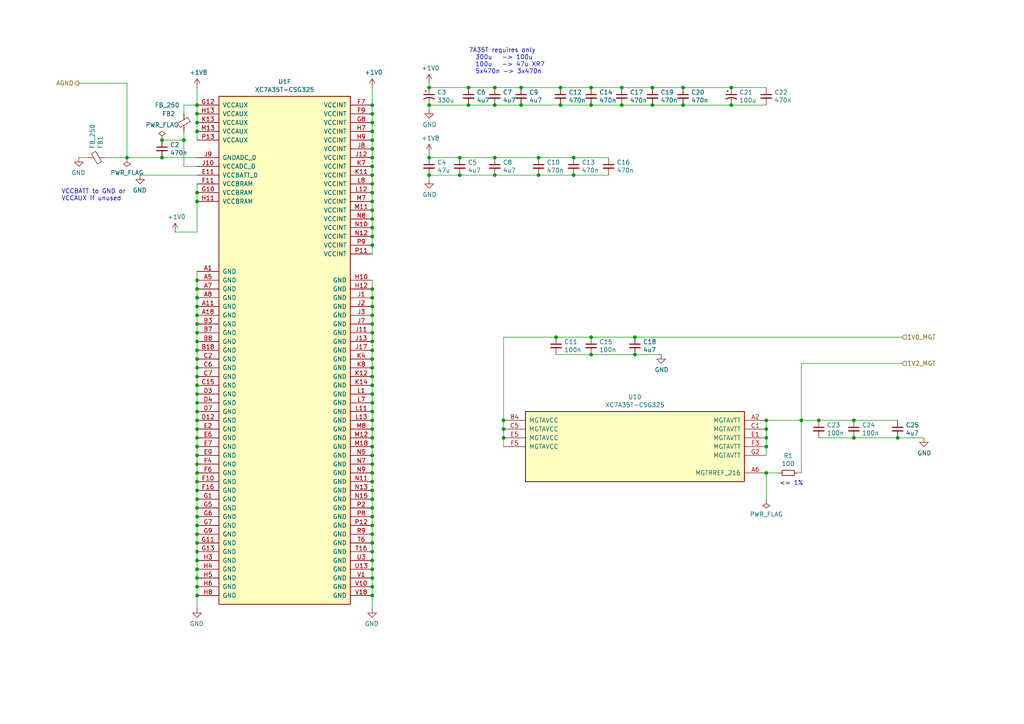
<source format=kicad_sch>
(kicad_sch (version 20211123) (generator eeschema)
  (paper "A4")
  (junction (at 57.15 86.36))
  (junction (at 107.95 58.42))
  (junction (at 247.65 127))
  (junction (at 57.15 134.62))
  (junction (at 156.21 50.8))
  (junction (at 57.15 167.64))
  (junction (at 57.15 160.02))
  (junction (at 107.95 60.96))
  (junction (at 107.95 154.94))
  (junction (at 46.99 40.64))
  (junction (at 162.56 30.48))
  (junction (at 107.95 147.32))
  (junction (at 107.95 142.24))
  (junction (at 57.15 88.9))
  (junction (at 57.15 144.78))
  (junction (at 107.95 139.7))
  (junction (at 212.09 30.48))
  (junction (at 107.95 162.56))
  (junction (at 222.25 127))
  (junction (at 212.09 25.4))
  (junction (at 107.95 114.3))
  (junction (at 146.05 124.46))
  (junction (at 107.95 137.16))
  (junction (at 57.15 58.42))
  (junction (at 57.15 114.3))
  (junction (at 57.15 170.18))
  (junction (at 107.95 101.6))
  (junction (at 107.95 71.12))
  (junction (at 107.95 132.08))
  (junction (at 107.95 160.02))
  (junction (at 161.29 97.79))
  (junction (at 57.15 91.44))
  (junction (at 57.15 83.82))
  (junction (at 57.15 116.84))
  (junction (at 107.95 134.62))
  (junction (at 57.15 152.4))
  (junction (at 146.05 121.92))
  (junction (at 57.15 104.14))
  (junction (at 107.95 127))
  (junction (at 107.95 38.1))
  (junction (at 57.15 172.72))
  (junction (at 198.12 30.48))
  (junction (at 180.34 25.4))
  (junction (at 57.15 81.28))
  (junction (at 107.95 88.9))
  (junction (at 133.35 45.72))
  (junction (at 57.15 96.52))
  (junction (at 107.95 157.48))
  (junction (at 107.95 40.64))
  (junction (at 107.95 50.8))
  (junction (at 171.45 25.4))
  (junction (at 57.15 93.98))
  (junction (at 57.15 35.56))
  (junction (at 151.13 25.4))
  (junction (at 107.95 124.46))
  (junction (at 107.95 91.44))
  (junction (at 107.95 119.38))
  (junction (at 107.95 45.72))
  (junction (at 107.95 170.18))
  (junction (at 107.95 149.86))
  (junction (at 107.95 99.06))
  (junction (at 107.95 48.26))
  (junction (at 57.15 137.16))
  (junction (at 260.35 127))
  (junction (at 57.15 132.08))
  (junction (at 156.21 45.72))
  (junction (at 124.46 50.8))
  (junction (at 143.51 30.48))
  (junction (at 107.95 53.34))
  (junction (at 107.95 165.1))
  (junction (at 237.49 121.92))
  (junction (at 57.15 38.1))
  (junction (at 57.15 149.86))
  (junction (at 57.15 111.76))
  (junction (at 57.15 30.48))
  (junction (at 162.56 25.4))
  (junction (at 57.15 139.7))
  (junction (at 107.95 129.54))
  (junction (at 57.15 33.02))
  (junction (at 57.15 124.46))
  (junction (at 107.95 104.14))
  (junction (at 171.45 102.87))
  (junction (at 124.46 45.72))
  (junction (at 222.25 137.16))
  (junction (at 133.35 50.8))
  (junction (at 107.95 93.98))
  (junction (at 57.15 154.94))
  (junction (at 143.51 50.8))
  (junction (at 151.13 30.48))
  (junction (at 107.95 33.02))
  (junction (at 46.99 45.72))
  (junction (at 124.46 30.48))
  (junction (at 107.95 106.68))
  (junction (at 107.95 167.64))
  (junction (at 57.15 127))
  (junction (at 107.95 109.22))
  (junction (at 53.34 40.64))
  (junction (at 135.89 30.48))
  (junction (at 222.25 124.46))
  (junction (at 189.23 30.48))
  (junction (at 107.95 86.36))
  (junction (at 107.95 152.4))
  (junction (at 57.15 101.6))
  (junction (at 107.95 63.5))
  (junction (at 57.15 157.48))
  (junction (at 166.37 45.72))
  (junction (at 184.15 102.87))
  (junction (at 107.95 35.56))
  (junction (at 222.25 121.92))
  (junction (at 184.15 97.79))
  (junction (at 198.12 25.4))
  (junction (at 107.95 30.48))
  (junction (at 107.95 144.78))
  (junction (at 135.89 25.4))
  (junction (at 57.15 109.22))
  (junction (at 57.15 147.32))
  (junction (at 143.51 25.4))
  (junction (at 57.15 165.1))
  (junction (at 171.45 30.48))
  (junction (at 171.45 97.79))
  (junction (at 57.15 99.06))
  (junction (at 107.95 111.76))
  (junction (at 107.95 96.52))
  (junction (at 107.95 55.88))
  (junction (at 143.51 45.72))
  (junction (at 36.83 45.72))
  (junction (at 57.15 106.68))
  (junction (at 57.15 121.92))
  (junction (at 180.34 30.48))
  (junction (at 107.95 172.72))
  (junction (at 107.95 83.82))
  (junction (at 166.37 50.8))
  (junction (at 232.41 121.92))
  (junction (at 57.15 55.88))
  (junction (at 57.15 142.24))
  (junction (at 107.95 66.04))
  (junction (at 107.95 121.92))
  (junction (at 124.46 25.4))
  (junction (at 146.05 127))
  (junction (at 107.95 43.18))
  (junction (at 247.65 121.92))
  (junction (at 107.95 116.84))
  (junction (at 57.15 162.56))
  (junction (at 107.95 68.58))
  (junction (at 222.25 129.54))
  (junction (at 57.15 129.54))
  (junction (at 57.15 119.38))
  (junction (at 189.23 25.4))
  (wire (pts (xy 146.05 127) (xy 146.05 124.46)))
  (wire (pts (xy 57.15 134.62) (xy 57.15 137.16)))
  (wire (pts (xy 189.23 30.48) (xy 198.12 30.48)))
  (wire (pts (xy 57.15 165.1) (xy 57.15 167.64)))
  (wire (pts (xy 143.51 50.8) (xy 133.35 50.8)))
  (wire (pts (xy 124.46 30.48) (xy 124.46 31.75)))
  (wire (pts (xy 46.99 45.72) (xy 57.15 45.72)))
  (wire (pts (xy 107.95 66.04) (xy 107.95 63.5)))
  (wire (pts (xy 107.95 60.96) (xy 107.95 58.42)))
  (wire (pts (xy 53.34 40.64) (xy 53.34 48.26)))
  (wire (pts (xy 36.83 24.13) (xy 36.83 45.72)))
  (wire (pts (xy 107.95 149.86) (xy 107.95 152.4)))
  (wire (pts (xy 46.99 40.64) (xy 53.34 40.64)))
  (wire (pts (xy 107.95 116.84) (xy 107.95 119.38)))
  (wire (pts (xy 107.95 63.5) (xy 107.95 60.96)))
  (wire (pts (xy 107.95 134.62) (xy 107.95 137.16)))
  (wire (pts (xy 222.25 127) (xy 222.25 129.54)))
  (wire (pts (xy 184.15 97.79) (xy 171.45 97.79)))
  (wire (pts (xy 57.15 25.4) (xy 57.15 30.48)))
  (wire (pts (xy 222.25 137.16) (xy 222.25 144.78)))
  (wire (pts (xy 260.35 127) (xy 267.97 127)))
  (wire (pts (xy 107.95 170.18) (xy 107.95 172.72)))
  (wire (pts (xy 162.56 30.48) (xy 151.13 30.48)))
  (wire (pts (xy 57.15 162.56) (xy 57.15 165.1)))
  (wire (pts (xy 57.15 35.56) (xy 57.15 38.1)))
  (wire (pts (xy 57.15 127) (xy 57.15 129.54)))
  (wire (pts (xy 162.56 25.4) (xy 171.45 25.4)))
  (wire (pts (xy 156.21 45.72) (xy 166.37 45.72)))
  (wire (pts (xy 36.83 45.72) (xy 46.99 45.72)))
  (wire (pts (xy 198.12 30.48) (xy 212.09 30.48)))
  (wire (pts (xy 151.13 25.4) (xy 143.51 25.4)))
  (wire (pts (xy 171.45 102.87) (xy 184.15 102.87)))
  (wire (pts (xy 107.95 106.68) (xy 107.95 109.22)))
  (wire (pts (xy 247.65 121.92) (xy 237.49 121.92)))
  (wire (pts (xy 53.34 38.1) (xy 53.34 40.64)))
  (wire (pts (xy 107.95 68.58) (xy 107.95 66.04)))
  (wire (pts (xy 232.41 121.92) (xy 232.41 137.16)))
  (wire (pts (xy 57.15 137.16) (xy 57.15 139.7)))
  (wire (pts (xy 57.15 104.14) (xy 57.15 106.68)))
  (wire (pts (xy 107.95 165.1) (xy 107.95 167.64)))
  (wire (pts (xy 107.95 111.76) (xy 107.95 114.3)))
  (wire (pts (xy 232.41 137.16) (xy 231.14 137.16)))
  (wire (pts (xy 57.15 83.82) (xy 57.15 86.36)))
  (wire (pts (xy 135.89 30.48) (xy 124.46 30.48)))
  (wire (pts (xy 107.95 121.92) (xy 107.95 124.46)))
  (wire (pts (xy 57.15 81.28) (xy 57.15 83.82)))
  (wire (pts (xy 237.49 127) (xy 247.65 127)))
  (wire (pts (xy 107.95 71.12) (xy 107.95 68.58)))
  (wire (pts (xy 57.15 119.38) (xy 57.15 121.92)))
  (wire (pts (xy 135.89 25.4) (xy 124.46 25.4)))
  (wire (pts (xy 107.95 35.56) (xy 107.95 33.02)))
  (wire (pts (xy 143.51 30.48) (xy 135.89 30.48)))
  (wire (pts (xy 107.95 157.48) (xy 107.95 160.02)))
  (wire (pts (xy 107.95 48.26) (xy 107.95 45.72)))
  (wire (pts (xy 107.95 81.28) (xy 107.95 83.82)))
  (wire (pts (xy 146.05 121.92) (xy 146.05 97.79)))
  (wire (pts (xy 107.95 86.36) (xy 107.95 88.9)))
  (wire (pts (xy 57.15 121.92) (xy 57.15 124.46)))
  (wire (pts (xy 57.15 38.1) (xy 57.15 40.64)))
  (wire (pts (xy 189.23 25.4) (xy 198.12 25.4)))
  (wire (pts (xy 57.15 67.31) (xy 50.8 67.31)))
  (wire (pts (xy 57.15 144.78) (xy 57.15 147.32)))
  (wire (pts (xy 107.95 40.64) (xy 107.95 38.1)))
  (wire (pts (xy 232.41 121.92) (xy 222.25 121.92)))
  (wire (pts (xy 107.95 58.42) (xy 107.95 55.88)))
  (wire (pts (xy 107.95 160.02) (xy 107.95 162.56)))
  (wire (pts (xy 107.95 114.3) (xy 107.95 116.84)))
  (wire (pts (xy 57.15 101.6) (xy 57.15 104.14)))
  (wire (pts (xy 107.95 127) (xy 107.95 129.54)))
  (wire (pts (xy 57.15 109.22) (xy 57.15 111.76)))
  (wire (pts (xy 222.25 30.48) (xy 212.09 30.48)))
  (wire (pts (xy 57.15 116.84) (xy 57.15 119.38)))
  (wire (pts (xy 107.95 144.78) (xy 107.95 147.32)))
  (wire (pts (xy 184.15 102.87) (xy 191.77 102.87)))
  (wire (pts (xy 143.51 25.4) (xy 135.89 25.4)))
  (wire (pts (xy 107.95 73.66) (xy 107.95 71.12)))
  (wire (pts (xy 107.95 124.46) (xy 107.95 127)))
  (wire (pts (xy 107.95 162.56) (xy 107.95 165.1)))
  (wire (pts (xy 133.35 50.8) (xy 124.46 50.8)))
  (wire (pts (xy 171.45 97.79) (xy 161.29 97.79)))
  (wire (pts (xy 57.15 106.68) (xy 57.15 109.22)))
  (wire (pts (xy 107.95 33.02) (xy 107.95 30.48)))
  (wire (pts (xy 107.95 132.08) (xy 107.95 134.62)))
  (wire (pts (xy 226.06 137.16) (xy 222.25 137.16)))
  (wire (pts (xy 57.15 129.54) (xy 57.15 132.08)))
  (wire (pts (xy 57.15 91.44) (xy 57.15 93.98)))
  (wire (pts (xy 171.45 30.48) (xy 180.34 30.48)))
  (wire (pts (xy 222.25 121.92) (xy 222.25 124.46)))
  (wire (pts (xy 53.34 30.48) (xy 57.15 30.48)))
  (wire (pts (xy 184.15 97.79) (xy 261.62 97.79)))
  (wire (pts (xy 57.15 88.9) (xy 57.15 91.44)))
  (wire (pts (xy 57.15 78.74) (xy 57.15 81.28)))
  (wire (pts (xy 107.95 152.4) (xy 107.95 154.94)))
  (wire (pts (xy 107.95 154.94) (xy 107.95 157.48)))
  (wire (pts (xy 107.95 129.54) (xy 107.95 132.08)))
  (wire (pts (xy 57.15 167.64) (xy 57.15 170.18)))
  (wire (pts (xy 124.46 50.8) (xy 124.46 52.07)))
  (wire (pts (xy 57.15 124.46) (xy 57.15 127)))
  (wire (pts (xy 22.86 24.13) (xy 36.83 24.13)))
  (wire (pts (xy 107.95 96.52) (xy 107.95 99.06)))
  (wire (pts (xy 57.15 93.98) (xy 57.15 96.52)))
  (wire (pts (xy 198.12 25.4) (xy 212.09 25.4)))
  (wire (pts (xy 124.46 44.45) (xy 124.46 45.72)))
  (wire (pts (xy 107.95 119.38) (xy 107.95 121.92)))
  (wire (pts (xy 107.95 45.72) (xy 107.95 43.18)))
  (wire (pts (xy 53.34 48.26) (xy 57.15 48.26)))
  (wire (pts (xy 107.95 147.32) (xy 107.95 149.86)))
  (wire (pts (xy 232.41 105.41) (xy 232.41 121.92)))
  (wire (pts (xy 57.15 55.88) (xy 57.15 58.42)))
  (wire (pts (xy 57.15 172.72) (xy 57.15 176.53)))
  (wire (pts (xy 107.95 53.34) (xy 107.95 50.8)))
  (wire (pts (xy 57.15 160.02) (xy 57.15 162.56)))
  (wire (pts (xy 57.15 96.52) (xy 57.15 99.06)))
  (wire (pts (xy 151.13 30.48) (xy 143.51 30.48)))
  (wire (pts (xy 161.29 97.79) (xy 146.05 97.79)))
  (wire (pts (xy 57.15 50.8) (xy 40.64 50.8)))
  (wire (pts (xy 57.15 114.3) (xy 57.15 116.84)))
  (wire (pts (xy 107.95 30.48) (xy 107.95 25.4)))
  (wire (pts (xy 107.95 43.18) (xy 107.95 40.64)))
  (wire (pts (xy 57.15 30.48) (xy 57.15 33.02)))
  (wire (pts (xy 57.15 149.86) (xy 57.15 152.4)))
  (wire (pts (xy 107.95 93.98) (xy 107.95 96.52)))
  (wire (pts (xy 222.25 129.54) (xy 222.25 132.08)))
  (wire (pts (xy 107.95 88.9) (xy 107.95 91.44)))
  (wire (pts (xy 260.35 121.92) (xy 247.65 121.92)))
  (wire (pts (xy 107.95 55.88) (xy 107.95 53.34)))
  (wire (pts (xy 57.15 142.24) (xy 57.15 144.78)))
  (wire (pts (xy 107.95 142.24) (xy 107.95 144.78)))
  (wire (pts (xy 107.95 83.82) (xy 107.95 86.36)))
  (wire (pts (xy 107.95 109.22) (xy 107.95 111.76)))
  (wire (pts (xy 107.95 104.14) (xy 107.95 106.68)))
  (wire (pts (xy 57.15 58.42) (xy 57.15 67.31)))
  (wire (pts (xy 30.48 45.72) (xy 36.83 45.72)))
  (wire (pts (xy 133.35 45.72) (xy 124.46 45.72)))
  (wire (pts (xy 53.34 33.02) (xy 53.34 30.48)))
  (wire (pts (xy 143.51 45.72) (xy 156.21 45.72)))
  (wire (pts (xy 57.15 152.4) (xy 57.15 154.94)))
  (wire (pts (xy 146.05 129.54) (xy 146.05 127)))
  (wire (pts (xy 57.15 33.02) (xy 57.15 35.56)))
  (wire (pts (xy 57.15 99.06) (xy 57.15 101.6)))
  (wire (pts (xy 57.15 53.34) (xy 57.15 55.88)))
  (wire (pts (xy 222.25 124.46) (xy 222.25 127)))
  (wire (pts (xy 222.25 25.4) (xy 212.09 25.4)))
  (wire (pts (xy 107.95 38.1) (xy 107.95 35.56)))
  (wire (pts (xy 107.95 167.64) (xy 107.95 170.18)))
  (wire (pts (xy 107.95 139.7) (xy 107.95 142.24)))
  (wire (pts (xy 247.65 127) (xy 260.35 127)))
  (wire (pts (xy 107.95 50.8) (xy 107.95 48.26)))
  (wire (pts (xy 57.15 157.48) (xy 57.15 160.02)))
  (wire (pts (xy 57.15 170.18) (xy 57.15 172.72)))
  (wire (pts (xy 57.15 139.7) (xy 57.15 142.24)))
  (wire (pts (xy 57.15 86.36) (xy 57.15 88.9)))
  (wire (pts (xy 22.86 45.72) (xy 25.4 45.72)))
  (wire (pts (xy 180.34 30.48) (xy 189.23 30.48)))
  (wire (pts (xy 107.95 172.72) (xy 107.95 176.53)))
  (wire (pts (xy 143.51 45.72) (xy 133.35 45.72)))
  (wire (pts (xy 180.34 25.4) (xy 189.23 25.4)))
  (wire (pts (xy 124.46 24.13) (xy 124.46 25.4)))
  (wire (pts (xy 57.15 154.94) (xy 57.15 157.48)))
  (wire (pts (xy 146.05 124.46) (xy 146.05 121.92)))
  (wire (pts (xy 143.51 50.8) (xy 156.21 50.8)))
  (wire (pts (xy 162.56 30.48) (xy 171.45 30.48)))
  (wire (pts (xy 162.56 25.4) (xy 151.13 25.4)))
  (wire (pts (xy 161.29 102.87) (xy 171.45 102.87)))
  (wire (pts (xy 107.95 91.44) (xy 107.95 93.98)))
  (wire (pts (xy 57.15 111.76) (xy 57.15 114.3)))
  (wire (pts (xy 237.49 121.92) (xy 232.41 121.92)))
  (wire (pts (xy 107.95 99.06) (xy 107.95 101.6)))
  (wire (pts (xy 261.62 105.41) (xy 232.41 105.41)))
  (wire (pts (xy 156.21 50.8) (xy 166.37 50.8)))
  (wire (pts (xy 171.45 25.4) (xy 180.34 25.4)))
  (wire (pts (xy 166.37 45.72) (xy 176.53 45.72)))
  (wire (pts (xy 166.37 50.8) (xy 176.53 50.8)))
  (wire (pts (xy 107.95 101.6) (xy 107.95 104.14)))
  (wire (pts (xy 57.15 147.32) (xy 57.15 149.86)))
  (wire (pts (xy 107.95 137.16) (xy 107.95 139.7)))
  (wire (pts (xy 57.15 132.08) (xy 57.15 134.62)))
  (text "7A35T requires only\n  300u   -> 100u\n  100u   -> 47u XR7\n  5x470n -> 3x470n" (at 135.89 21.59 0) (effects (font (size 1.27 1.27)) (justify left bottom)))
  (text "VCCBATT to GND or\nVCCAUX if unused" (at 17.78 58.42 0) (effects (font (size 1.27 1.27)) (justify left bottom)))
  (text "<= 1%" (at 226.06 140.97 0) (effects (font (size 1.27 1.27)) (justify left bottom)))
  (hierarchical_label "AGND" (shape output) (at 22.86 24.13 180))
  (hierarchical_label "1V2_MGT" (shape input) (at 261.62 105.41 0))
  (hierarchical_label "1V0_MGT" (shape input) (at 261.62 97.79 0))
  (symbol (lib_id "fmc:XC7A35T-CSG325") (at 82.55 101.6 0) (unit 6)
    (property "Reference" "U1" (at 82.55 23.6982 0))
    (property "Value" "XC7A35T-CSG325" (at 82.55 26.0096 0))
    (property "Footprint" "Package_BGA:Xilinx_CSG325" (effects hide))
  )
  (symbol (lib_id "fmc:XC7A35T-CSG325") (at 184.15 129.54 0) (unit 4)
    (property "Reference" "U1" (at 184.15 115.1382 0))
    (property "Value" "XC7A35T-CSG325" (at 184.15 117.4496 0))
    (property "Footprint" "Package_BGA:Xilinx_CSG325" (effects hide))
  )
  (symbol (lib_id "power:+1V0") (at 107.95 25.4 0) (unit 1)
    (property "Reference" "#PWR?" (effects hide))
    (property "Value" "+1V0" (at 108.331 21.0058 0))
  )
  (symbol (lib_id "power:GND") (at 107.95 176.53 0) (mirror y)
    (property "Reference" "#PWR?" (effects hide))
    (property "Value" "GND" (at 107.823 180.9242 0))
  )
  (symbol (lib_id "power:GND") (at 57.15 176.53 0) (mirror y)
    (property "Reference" "#PWR?" (effects hide))
    (property "Value" "GND" (at 57.023 180.9242 0))
  )
  (symbol (lib_id "power:+1V8") (at 57.15 25.4 0)
    (property "Reference" "#PWR?" (effects hide))
    (property "Value" "+1V8" (at 57.531 21.0058 0))
  )
  (symbol (lib_id "power:+1V0") (at 50.8 67.31 0) (unit 1)
    (property "Reference" "#PWR?" (effects hide))
    (property "Value" "+1V0" (at 51.181 62.9158 0))
  )
  (symbol (lib_id "power:GND") (at 40.64 50.8 0) (mirror y)
    (property "Reference" "#PWR?" (effects hide))
    (property "Value" "GND" (at 40.513 55.1942 0))
  )
  (symbol (lib_id "Device:Ferrite_Bead_Small") (at 27.94 45.72 270) (mirror x)
    (property "Reference" "FB1" (at 29.1084 43.18 0) (effects (justify left)))
    (property "Value" "FB_250" (at 26.797 43.18 0) (effects (justify left)))
    (property "Footprint" "Inductor_SMD:L_0603_1608Metric" (effects hide))
    (property "Part" "MPZ1608S221ATA00" (effects hide))
    (property "Manufacturer" "TDK" (effects hide))
  )
  (symbol (lib_id "Device:Ferrite_Bead_Small") (at 53.34 35.56 0) (mirror y)
    (property "Reference" "FB2" (at 50.8 33.02 0) (effects (justify left)))
    (property "Value" "FB_250" (at 52.07 30.48 0) (effects (justify left)))
    (property "Footprint" "Inductor_SMD:L_0603_1608Metric" (effects hide))
    (property "Part" "MPZ1608S221ATA00" (effects hide))
    (property "Manufacturer" "TDK" (effects hide))
  )
  (symbol (lib_id "power:GND") (at 22.86 45.72 0) (mirror y)
    (property "Reference" "#PWR?" (effects hide))
    (property "Value" "GND" (at 22.733 50.1142 0))
  )
  (symbol (lib_id "power:+1V0") (at 124.46 24.13 0) (unit 1)
    (property "Reference" "#PWR?" (effects hide))
    (property "Value" "+1V0" (at 124.841 19.7358 0))
  )
  (symbol (lib_id "Device:CP1_Small") (at 124.46 27.94 0) (unit 1)
    (property "Reference" "C3" (at 126.7714 26.7716 0) (effects (justify left)))
    (property "Value" "330u" (at 126.7714 29.083 0) (effects (justify left)))
    (property "Footprint" "Capacitor_Tantalum_SMD:CP_EIA-7343-30_AVX-N" (effects hide))
  )
  (symbol (lib_id "power:GND") (at 124.46 31.75 0)
    (property "Reference" "#PWR?" (effects hide))
    (property "Value" "GND" (at 124.587 36.1442 0))
  )
  (symbol (lib_id "Device:C_Small") (at 135.89 27.94 0) (unit 1)
    (property "Reference" "C6" (at 138.2268 26.7716 0) (effects (justify left)))
    (property "Value" "4u7" (at 138.2268 29.083 0) (effects (justify left)))
    (property "Footprint" "Capacitor_SMD:C_0805_2012Metric" (effects hide))
  )
  (symbol (lib_id "Device:C_Small") (at 143.51 27.94 0) (unit 1)
    (property "Reference" "C7" (at 145.8468 26.7716 0) (effects (justify left)))
    (property "Value" "4u7" (at 145.8468 29.083 0) (effects (justify left)))
    (property "Footprint" "Capacitor_SMD:C_0805_2012Metric" (effects hide))
  )
  (symbol (lib_id "Device:C_Small") (at 151.13 27.94 0) (unit 1)
    (property "Reference" "C9" (at 153.4668 26.7716 0) (effects (justify left)))
    (property "Value" "4u7" (at 153.4668 29.083 0) (effects (justify left)))
    (property "Footprint" "Capacitor_SMD:C_0805_2012Metric" (effects hide))
  )
  (symbol (lib_id "Device:C_Small") (at 162.56 27.94 0) (unit 1)
    (property "Reference" "C12" (at 164.8968 26.7716 0) (effects (justify left)))
    (property "Value" "470n" (at 164.8968 29.083 0) (effects (justify left)))
    (property "Footprint" "Capacitor_SMD:C_0402_1005Metric" (effects hide))
  )
  (symbol (lib_id "Device:CP1_Small") (at 212.09 27.94 0) (unit 1)
    (property "Reference" "C21" (at 214.4014 26.7716 0) (effects (justify left)))
    (property "Value" "100u" (at 214.4014 29.083 0) (effects (justify left)))
    (property "Footprint" "Capacitor_Tantalum_SMD:CP_EIA-3528-15_AVX-H" (effects hide))
  )
  (symbol (lib_id "Device:C_Small") (at 124.46 48.26 0) (unit 1)
    (property "Reference" "C4" (at 126.7968 47.0916 0) (effects (justify left)))
    (property "Value" "47u" (at 126.7968 49.403 0) (effects (justify left)))
    (property "Footprint" "Capacitor_SMD:C_1210_3225Metric" (effects hide))
  )
  (symbol (lib_id "power:+1V8") (at 124.46 44.45 0)
    (property "Reference" "#PWR?" (effects hide))
    (property "Value" "+1V8" (at 124.841 40.0558 0))
  )
  (symbol (lib_id "power:GND") (at 124.46 52.07 0)
    (property "Reference" "#PWR?" (effects hide))
    (property "Value" "GND" (at 124.587 56.4642 0))
  )
  (symbol (lib_id "Device:C_Small") (at 133.35 48.26 0) (unit 1)
    (property "Reference" "C5" (at 135.6868 47.0916 0) (effects (justify left)))
    (property "Value" "4u7" (at 135.6868 49.403 0) (effects (justify left)))
    (property "Footprint" "Capacitor_SMD:C_0805_2012Metric" (effects hide))
  )
  (symbol (lib_id "Device:C_Small") (at 143.51 48.26 0) (unit 1)
    (property "Reference" "C8" (at 145.8468 47.0916 0) (effects (justify left)))
    (property "Value" "4u7" (at 145.8468 49.403 0) (effects (justify left)))
    (property "Footprint" "Capacitor_SMD:C_0805_2012Metric" (effects hide))
  )
  (symbol (lib_id "Device:C_Small") (at 237.49 124.46 0) (unit 1)
    (property "Reference" "C23" (at 239.8268 123.2916 0) (effects (justify left)))
    (property "Value" "100n" (at 239.8268 125.603 0) (effects (justify left)))
    (property "Footprint" "Capacitor_SMD:C_0402_1005Metric" (effects hide))
  )
  (symbol (lib_id "Device:C_Small") (at 171.45 27.94 0) (unit 1)
    (property "Reference" "C14" (at 173.7868 26.7716 0) (effects (justify left)))
    (property "Value" "470n" (at 173.7868 29.083 0) (effects (justify left)))
    (property "Footprint" "Capacitor_SMD:C_0402_1005Metric" (effects hide))
  )
  (symbol (lib_id "Device:C_Small") (at 180.34 27.94 0) (unit 1)
    (property "Reference" "C17" (at 182.6768 26.7716 0) (effects (justify left)))
    (property "Value" "470n" (at 182.6768 29.083 0) (effects (justify left)))
    (property "Footprint" "Capacitor_SMD:C_0402_1005Metric" (effects hide))
  )
  (symbol (lib_id "Device:C_Small") (at 189.23 27.94 0) (unit 1)
    (property "Reference" "C19" (at 191.5668 26.7716 0) (effects (justify left)))
    (property "Value" "470n" (at 191.5668 29.083 0) (effects (justify left)))
    (property "Footprint" "Capacitor_SMD:C_0402_1005Metric" (effects hide))
  )
  (symbol (lib_id "Device:C_Small") (at 198.12 27.94 0) (unit 1)
    (property "Reference" "C20" (at 200.4568 26.7716 0) (effects (justify left)))
    (property "Value" "470n" (at 200.4568 29.083 0) (effects (justify left)))
    (property "Footprint" "Capacitor_SMD:C_0402_1005Metric" (effects hide))
  )
  (symbol (lib_id "Device:C_Small") (at 222.25 27.94 0) (unit 1)
    (property "Reference" "C22" (at 224.5868 26.7716 0) (effects (justify left)))
    (property "Value" "470n" (at 224.5868 29.083 0) (effects (justify left)))
    (property "Footprint" "Capacitor_SMD:C_0402_1005Metric" (effects hide))
  )
  (symbol (lib_id "Device:C_Small") (at 176.53 48.26 0) (unit 1)
    (property "Reference" "C16" (at 178.8668 47.0916 0) (effects (justify left)))
    (property "Value" "470n" (at 178.8668 49.403 0) (effects (justify left)))
    (property "Footprint" "Capacitor_SMD:C_0402_1005Metric" (effects hide))
  )
  (symbol (lib_id "Device:C_Small") (at 166.37 48.26 0) (unit 1)
    (property "Reference" "C13" (at 168.7068 47.0916 0) (effects (justify left)))
    (property "Value" "470n" (at 168.7068 49.403 0) (effects (justify left)))
    (property "Footprint" "Capacitor_SMD:C_0402_1005Metric" (effects hide))
  )
  (symbol (lib_id "Device:C_Small") (at 156.21 48.26 0) (unit 1)
    (property "Reference" "C10" (at 158.5468 47.0916 0) (effects (justify left)))
    (property "Value" "470n" (at 158.5468 49.403 0) (effects (justify left)))
    (property "Footprint" "Capacitor_SMD:C_0402_1005Metric" (effects hide))
  )
  (symbol (lib_id "Device:C_Small") (at 46.99 43.18 0) (unit 1)
    (property "Reference" "C2" (at 49.3268 42.0116 0) (effects (justify left)))
    (property "Value" "470n" (at 49.3268 44.323 0) (effects (justify left)))
    (property "Footprint" "Capacitor_SMD:C_0402_1005Metric" (effects hide))
  )
  (symbol (lib_id "Device:C_Small") (at 247.65 124.46 0) (unit 1)
    (property "Reference" "C24" (at 249.9868 123.2916 0) (effects (justify left)))
    (property "Value" "100n" (at 249.9868 125.603 0) (effects (justify left)))
    (property "Footprint" "Capacitor_SMD:C_0402_1005Metric" (effects hide))
  )
  (symbol (lib_id "Device:C_Small") (at 260.35 124.46 0) (unit 1)
    (property "Reference" "C25" (at 262.6868 123.2916 0) (effects (justify left)))
    (property "Value" "4u7" (at 262.6868 125.603 0) (effects (justify left)))
    (property "Footprint" "Capacitor_SMD:C_0805_2012Metric" (effects hide))
  )
  (symbol (lib_id "power:GND") (at 267.97 127 0)
    (property "Reference" "#PWR?" (effects hide))
    (property "Value" "GND" (at 268.097 131.3942 0))
  )
  (symbol (lib_id "Device:C_Small") (at 161.29 100.33 0) (unit 1)
    (property "Reference" "C11" (at 163.6268 99.1616 0) (effects (justify left)))
    (property "Value" "100n" (at 163.6268 101.473 0) (effects (justify left)))
    (property "Footprint" "Capacitor_SMD:C_0402_1005Metric" (effects hide))
  )
  (symbol (lib_id "Device:C_Small") (at 171.45 100.33 0) (unit 1)
    (property "Reference" "C15" (at 173.7868 99.1616 0) (effects (justify left)))
    (property "Value" "100n" (at 173.7868 101.473 0) (effects (justify left)))
    (property "Footprint" "Capacitor_SMD:C_0402_1005Metric" (effects hide))
  )
  (symbol (lib_id "Device:C_Small") (at 184.15 100.33 0) (unit 1)
    (property "Reference" "C18" (at 186.4868 99.1616 0) (effects (justify left)))
    (property "Value" "4u7" (at 186.4868 101.473 0) (effects (justify left)))
    (property "Footprint" "Capacitor_SMD:C_0805_2012Metric" (effects hide))
  )
  (symbol (lib_id "power:GND") (at 191.77 102.87 0)
    (property "Reference" "#PWR?" (effects hide))
    (property "Value" "GND" (at 191.897 107.2642 0))
  )
  (symbol (lib_id "Device:R_Small") (at 228.6 137.16 270) (unit 1)
    (property "Reference" "R1" (at 228.6 132.1816 90))
    (property "Value" "100" (at 228.6 134.493 90))
    (property "Footprint" "Resistor_SMD:R_0603_1608Metric" (effects hide))
  )
  (symbol (lib_id "power:PWR_FLAG") (at 222.25 144.78 180) (unit 1)
    (property "Reference" "#FLG?" (effects hide))
    (property "Value" "PWR_FLAG" (at 222.25 149.1742 0))
  )
  (symbol (lib_id "power:PWR_FLAG") (at 36.83 45.72 180) (unit 1)
    (property "Reference" "#FLG?" (effects hide))
    (property "Value" "PWR_FLAG" (at 36.83 50.1142 0))
  )
  (symbol (lib_id "power:PWR_FLAG") (at 46.99 40.64 0) (unit 1)
    (property "Reference" "#FLG?" (effects hide))
    (property "Value" "PWR_FLAG" (at 46.99 36.2458 0))
  )
)
</source>
